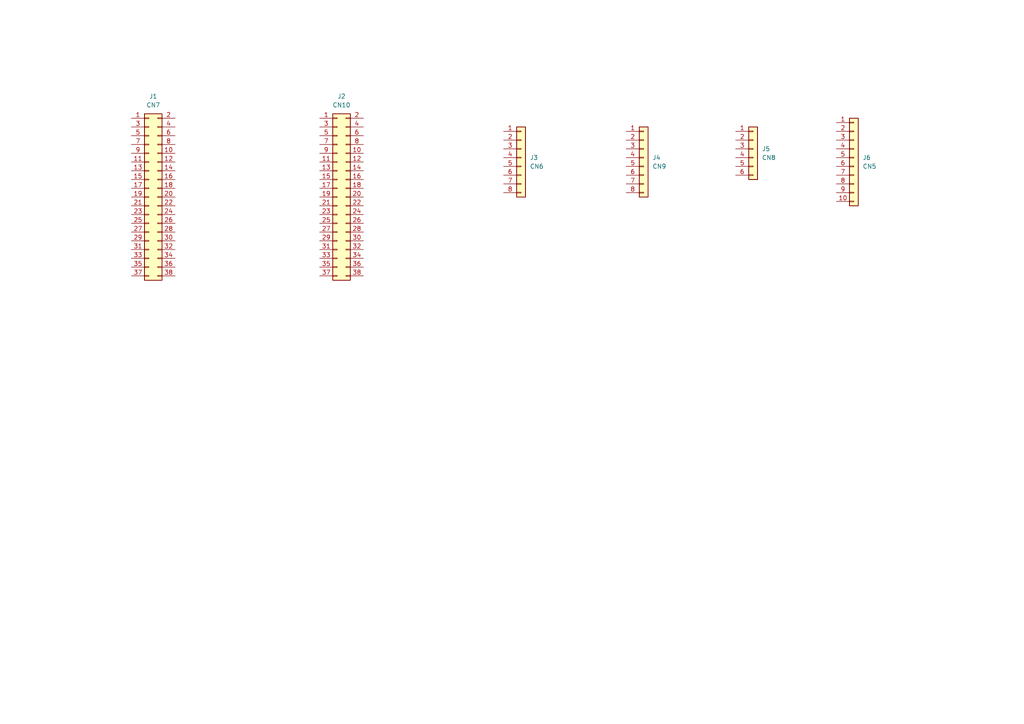
<source format=kicad_sch>
(kicad_sch (version 20250114) (generator "eeschema") (generator_version "9.0")
  (paper "A4")
  (lib_symbols
    (symbol "Connector_Generic:Conn_01x06" (pin_names (offset 1.016) (hide yes))
      (property "Reference" "J" (at 0 7.62 0))
      (property "Value" "Conn_01x06" (at 0 -10.16 0))
      (symbol "Conn_01x06_1_1"
        (rectangle (start -1.27 6.35) (end 1.27 -8.89) (stroke (width 0.254)) (fill (type background)))
        (rectangle (start -1.27 5.207) (end 0 4.953) (stroke (width 0.1524)))
        (rectangle (start -1.27 2.667) (end 0 2.413) (stroke (width 0.1524)))
        (rectangle (start -1.27 0.127) (end 0 -0.127) (stroke (width 0.1524)))
        (rectangle (start -1.27 -2.413) (end 0 -2.667) (stroke (width 0.1524)))
        (rectangle (start -1.27 -4.953) (end 0 -5.207) (stroke (width 0.1524)))
        (rectangle (start -1.27 -7.493) (end 0 -7.747) (stroke (width 0.1524)))
        (pin passive line (at -5.08 5.08 0) (length 3.81) (name "Pin_1") (number "1"))
        (pin passive line (at -5.08 2.54 0) (length 3.81) (name "Pin_2") (number "2"))
        (pin passive line (at -5.08 0 0) (length 3.81) (name "Pin_3") (number "3"))
        (pin passive line (at -5.08 -2.54 0) (length 3.81) (name "Pin_4") (number "4"))
        (pin passive line (at -5.08 -5.08 0) (length 3.81) (name "Pin_5") (number "5"))
        (pin passive line (at -5.08 -7.62 0) (length 3.81) (name "Pin_6") (number "6"))
      )
    )
    (symbol "Connector_Generic:Conn_01x08" (pin_names (offset 1.016) (hide yes))
      (property "Reference" "J" (at 0 10.16 0))
      (property "Value" "Conn_01x08" (at 0 -12.7 0))
      (symbol "Conn_01x08_1_1"
        (rectangle (start -1.27 8.89) (end 1.27 -11.43) (stroke (width 0.254)) (fill (type background)))
        (rectangle (start -1.27 7.747) (end 0 7.493) (stroke (width 0.1524)))
        (rectangle (start -1.27 5.207) (end 0 4.953) (stroke (width 0.1524)))
        (rectangle (start -1.27 2.667) (end 0 2.413) (stroke (width 0.1524)))
        (rectangle (start -1.27 0.127) (end 0 -0.127) (stroke (width 0.1524)))
        (rectangle (start -1.27 -2.413) (end 0 -2.667) (stroke (width 0.1524)))
        (rectangle (start -1.27 -4.953) (end 0 -5.207) (stroke (width 0.1524)))
        (rectangle (start -1.27 -7.493) (end 0 -7.747) (stroke (width 0.1524)))
        (rectangle (start -1.27 -10.033) (end 0 -10.287) (stroke (width 0.1524)))
        (pin passive line (at -5.08 7.62 0) (length 3.81) (name "Pin_1") (number "1"))
        (pin passive line (at -5.08 5.08 0) (length 3.81) (name "Pin_2") (number "2"))
        (pin passive line (at -5.08 2.54 0) (length 3.81) (name "Pin_3") (number "3"))
        (pin passive line (at -5.08 0 0) (length 3.81) (name "Pin_4") (number "4"))
        (pin passive line (at -5.08 -2.54 0) (length 3.81) (name "Pin_5") (number "5"))
        (pin passive line (at -5.08 -5.08 0) (length 3.81) (name "Pin_6") (number "6"))
        (pin passive line (at -5.08 -7.62 0) (length 3.81) (name "Pin_7") (number "7"))
        (pin passive line (at -5.08 -10.16 0) (length 3.81) (name "Pin_8") (number "8"))
      )
    )
    (symbol "Connector_Generic:Conn_01x10" (pin_names (offset 1.016) (hide yes))
      (property "Reference" "J" (at 0 12.7 0))
      (property "Value" "Conn_01x10" (at 0 -15.24 0))
      (symbol "Conn_01x10_1_1"
        (rectangle (start -1.27 11.43) (end 1.27 -13.97) (stroke (width 0.254)) (fill (type background)))
        (rectangle (start -1.27 10.287) (end 0 10.033) (stroke (width 0.1524)))
        (rectangle (start -1.27 7.747) (end 0 7.493) (stroke (width 0.1524)))
        (rectangle (start -1.27 5.207) (end 0 4.953) (stroke (width 0.1524)))
        (rectangle (start -1.27 2.667) (end 0 2.413) (stroke (width 0.1524)))
        (rectangle (start -1.27 0.127) (end 0 -0.127) (stroke (width 0.1524)))
        (rectangle (start -1.27 -2.413) (end 0 -2.667) (stroke (width 0.1524)))
        (rectangle (start -1.27 -4.953) (end 0 -5.207) (stroke (width 0.1524)))
        (rectangle (start -1.27 -7.493) (end 0 -7.747) (stroke (width 0.1524)))
        (rectangle (start -1.27 -10.033) (end 0 -10.287) (stroke (width 0.1524)))
        (rectangle (start -1.27 -12.573) (end 0 -12.827) (stroke (width 0.1524)))
        (pin passive line (at -5.08 10.16 0) (length 3.81) (name "Pin_1") (number "1"))
        (pin passive line (at -5.08 7.62 0) (length 3.81) (name "Pin_2") (number "2"))
        (pin passive line (at -5.08 5.08 0) (length 3.81) (name "Pin_3") (number "3"))
        (pin passive line (at -5.08 2.54 0) (length 3.81) (name "Pin_4") (number "4"))
        (pin passive line (at -5.08 0 0) (length 3.81) (name "Pin_5") (number "5"))
        (pin passive line (at -5.08 -2.54 0) (length 3.81) (name "Pin_6") (number "6"))
        (pin passive line (at -5.08 -5.08 0) (length 3.81) (name "Pin_7") (number "7"))
        (pin passive line (at -5.08 -7.62 0) (length 3.81) (name "Pin_8") (number "8"))
        (pin passive line (at -5.08 -10.16 0) (length 3.81) (name "Pin_9") (number "9"))
        (pin passive line (at -5.08 -12.7 0) (length 3.81) (name "Pin_10") (number "10"))
      )
    )
    (symbol "Connector_Generic:Conn_02x19_Odd_Even" (pin_names (offset 1.016) (hide yes))
      (property "Reference" "J" (at 1.27 25.4 0))
      (property "Value" "Conn_02x19_Odd_Even" (at 1.27 -25.4 0))
      (symbol "Conn_02x19_Odd_Even_1_1"
        (rectangle (start -1.27 24.13) (end 3.81 -24.13) (stroke (width 0.254)) (fill (type background)))
        (rectangle (start -1.27 22.987) (end 0 22.733) (stroke (width 0.1524)))
        (rectangle (start -1.27 20.447) (end 0 20.193) (stroke (width 0.1524)))
        (rectangle (start -1.27 17.907) (end 0 17.653) (stroke (width 0.1524)))
        (rectangle (start -1.27 15.367) (end 0 15.113) (stroke (width 0.1524)))
        (rectangle (start -1.27 12.827) (end 0 12.573) (stroke (width 0.1524)))
        (rectangle (start -1.27 10.287) (end 0 10.033) (stroke (width 0.1524)))
        (rectangle (start -1.27 7.747) (end 0 7.493) (stroke (width 0.1524)))
        (rectangle (start -1.27 5.207) (end 0 4.953) (stroke (width 0.1524)))
        (rectangle (start -1.27 2.667) (end 0 2.413) (stroke (width 0.1524)))
        (rectangle (start -1.27 0.127) (end 0 -0.127) (stroke (width 0.1524)))
        (rectangle (start -1.27 -2.413) (end 0 -2.667) (stroke (width 0.1524)))
        (rectangle (start -1.27 -4.953) (end 0 -5.207) (stroke (width 0.1524)))
        (rectangle (start -1.27 -7.493) (end 0 -7.747) (stroke (width 0.1524)))
        (rectangle (start -1.27 -10.033) (end 0 -10.287) (stroke (width 0.1524)))
        (rectangle (start -1.27 -12.573) (end 0 -12.827) (stroke (width 0.1524)))
        (rectangle (start -1.27 -15.113) (end 0 -15.367) (stroke (width 0.1524)))
        (rectangle (start -1.27 -17.653) (end 0 -17.907) (stroke (width 0.1524)))
        (rectangle (start -1.27 -20.193) (end 0 -20.447) (stroke (width 0.1524)))
        (rectangle (start -1.27 -22.733) (end 0 -22.987) (stroke (width 0.1524)))
        (rectangle (start 3.81 22.987) (end 2.54 22.733) (stroke (width 0.1524)))
        (rectangle (start 3.81 20.447) (end 2.54 20.193) (stroke (width 0.1524)))
        (rectangle (start 3.81 17.907) (end 2.54 17.653) (stroke (width 0.1524)))
        (rectangle (start 3.81 15.367) (end 2.54 15.113) (stroke (width 0.1524)))
        (rectangle (start 3.81 12.827) (end 2.54 12.573) (stroke (width 0.1524)))
        (rectangle (start 3.81 10.287) (end 2.54 10.033) (stroke (width 0.1524)))
        (rectangle (start 3.81 7.747) (end 2.54 7.493) (stroke (width 0.1524)))
        (rectangle (start 3.81 5.207) (end 2.54 4.953) (stroke (width 0.1524)))
        (rectangle (start 3.81 2.667) (end 2.54 2.413) (stroke (width 0.1524)))
        (rectangle (start 3.81 0.127) (end 2.54 -0.127) (stroke (width 0.1524)))
        (rectangle (start 3.81 -2.413) (end 2.54 -2.667) (stroke (width 0.1524)))
        (rectangle (start 3.81 -4.953) (end 2.54 -5.207) (stroke (width 0.1524)))
        (rectangle (start 3.81 -7.493) (end 2.54 -7.747) (stroke (width 0.1524)))
        (rectangle (start 3.81 -10.033) (end 2.54 -10.287) (stroke (width 0.1524)))
        (rectangle (start 3.81 -12.573) (end 2.54 -12.827) (stroke (width 0.1524)))
        (rectangle (start 3.81 -15.113) (end 2.54 -15.367) (stroke (width 0.1524)))
        (rectangle (start 3.81 -17.653) (end 2.54 -17.907) (stroke (width 0.1524)))
        (rectangle (start 3.81 -20.193) (end 2.54 -20.447) (stroke (width 0.1524)))
        (rectangle (start 3.81 -22.733) (end 2.54 -22.987) (stroke (width 0.1524)))
        (pin passive line (at -5.08 22.86 0) (length 3.81) (name "Pin_1") (number "1"))
        (pin passive line (at -5.08 20.32 0) (length 3.81) (name "Pin_3") (number "3"))
        (pin passive line (at -5.08 17.78 0) (length 3.81) (name "Pin_5") (number "5"))
        (pin passive line (at -5.08 15.24 0) (length 3.81) (name "Pin_7") (number "7"))
        (pin passive line (at -5.08 12.7 0) (length 3.81) (name "Pin_9") (number "9"))
        (pin passive line (at -5.08 10.16 0) (length 3.81) (name "Pin_11") (number "11"))
        (pin passive line (at -5.08 7.62 0) (length 3.81) (name "Pin_13") (number "13"))
        (pin passive line (at -5.08 5.08 0) (length 3.81) (name "Pin_15") (number "15"))
        (pin passive line (at -5.08 2.54 0) (length 3.81) (name "Pin_17") (number "17"))
        (pin passive line (at -5.08 0 0) (length 3.81) (name "Pin_19") (number "19"))
        (pin passive line (at -5.08 -2.54 0) (length 3.81) (name "Pin_21") (number "21"))
        (pin passive line (at -5.08 -5.08 0) (length 3.81) (name "Pin_23") (number "23"))
        (pin passive line (at -5.08 -7.62 0) (length 3.81) (name "Pin_25") (number "25"))
        (pin passive line (at -5.08 -10.16 0) (length 3.81) (name "Pin_27") (number "27"))
        (pin passive line (at -5.08 -12.7 0) (length 3.81) (name "Pin_29") (number "29"))
        (pin passive line (at -5.08 -15.24 0) (length 3.81) (name "Pin_31") (number "31"))
        (pin passive line (at -5.08 -17.78 0) (length 3.81) (name "Pin_33") (number "33"))
        (pin passive line (at -5.08 -20.32 0) (length 3.81) (name "Pin_35") (number "35"))
        (pin passive line (at -5.08 -22.86 0) (length 3.81) (name "Pin_37") (number "37"))
        (pin passive line (at 7.62 22.86 180) (length 3.81) (name "Pin_2") (number "2"))
        (pin passive line (at 7.62 20.32 180) (length 3.81) (name "Pin_4") (number "4"))
        (pin passive line (at 7.62 17.78 180) (length 3.81) (name "Pin_6") (number "6"))
        (pin passive line (at 7.62 15.24 180) (length 3.81) (name "Pin_8") (number "8"))
        (pin passive line (at 7.62 12.7 180) (length 3.81) (name "Pin_10") (number "10"))
        (pin passive line (at 7.62 10.16 180) (length 3.81) (name "Pin_12") (number "12"))
        (pin passive line (at 7.62 7.62 180) (length 3.81) (name "Pin_14") (number "14"))
        (pin passive line (at 7.62 5.08 180) (length 3.81) (name "Pin_16") (number "16"))
        (pin passive line (at 7.62 2.54 180) (length 3.81) (name "Pin_18") (number "18"))
        (pin passive line (at 7.62 0 180) (length 3.81) (name "Pin_20") (number "20"))
        (pin passive line (at 7.62 -2.54 180) (length 3.81) (name "Pin_22") (number "22"))
        (pin passive line (at 7.62 -5.08 180) (length 3.81) (name "Pin_24") (number "24"))
        (pin passive line (at 7.62 -7.62 180) (length 3.81) (name "Pin_26") (number "26"))
        (pin passive line (at 7.62 -10.16 180) (length 3.81) (name "Pin_28") (number "28"))
        (pin passive line (at 7.62 -12.7 180) (length 3.81) (name "Pin_30") (number "30"))
        (pin passive line (at 7.62 -15.24 180) (length 3.81) (name "Pin_32") (number "32"))
        (pin passive line (at 7.62 -17.78 180) (length 3.81) (name "Pin_34") (number "34"))
        (pin passive line (at 7.62 -20.32 180) (length 3.81) (name "Pin_36") (number "36"))
        (pin passive line (at 7.62 -22.86 180) (length 3.81) (name "Pin_38") (number "38"))
      )
    )
  )
  (symbol (lib_id "Connector_Generic:Conn_01x10") (at 247.65 45.72 0) (unit 1)
    (property "Reference" "J6" (at 250.19 45.7199 0) (effects (justify left)))
    (property "Value" "CN5" (at 250.19 48.2599 0) (effects (justify left)))
    (property "Description" "Generic connector, single row, 01x10, script generated (kicad-library-utils/schlib/autogen/connector/)" (effects (hide yes)))
  )
  (symbol (lib_id "Connector_Generic:Conn_01x08") (at 186.69 45.72 0) (unit 1)
    (property "Reference" "J4" (at 189.23 45.7199 0) (effects (justify left)))
    (property "Value" "CN9" (at 189.23 48.2599 0) (effects (justify left)))
    (property "Description" "Generic connector, single row, 01x08, script generated (kicad-library-utils/schlib/autogen/connector/)" (effects (hide yes)))
  )
  (symbol (lib_id "Connector_Generic:Conn_02x19_Odd_Even") (at 97.79 57.15 0) (unit 1)
    (property "Reference" "J2" (at 99.06 27.94 0))
    (property "Value" "CN10" (at 99.06 30.48 0))
    (property "Description" "Generic connector, double row, 02x19, odd/even pin numbering scheme (row 1 odd numbers, row 2 even numbers), script generated (kicad-library-utils/schlib/autogen/connector/)" (effects (hide yes)))
  )
  (symbol (lib_id "Connector_Generic:Conn_01x06") (at 218.44 43.18 0) (unit 1)
    (property "Reference" "J5" (at 220.98 43.1799 0) (effects (justify left)))
    (property "Value" "CN8" (at 220.98 45.7199 0) (effects (justify left)))
    (property "Description" "Generic connector, single row, 01x06, script generated (kicad-library-utils/schlib/autogen/connector/)" (effects (hide yes)))
  )
  (symbol (lib_id "Connector_Generic:Conn_01x08") (at 151.13 45.72 0) (unit 1)
    (property "Reference" "J3" (at 153.67 45.7199 0) (effects (justify left)))
    (property "Value" "CN6" (at 153.67 48.2599 0) (effects (justify left)))
    (property "Description" "Generic connector, single row, 01x08, script generated (kicad-library-utils/schlib/autogen/connector/)" (effects (hide yes)))
  )
  (symbol (lib_id "Connector_Generic:Conn_02x19_Odd_Even") (at 43.18 57.15 0) (unit 1)
    (property "Reference" "J1" (at 44.45 27.94 0))
    (property "Value" "CN7" (at 44.45 30.48 0))
    (property "Description" "Generic connector, double row, 02x19, odd/even pin numbering scheme (row 1 odd numbers, row 2 even numbers), script generated (kicad-library-utils/schlib/autogen/connector/)" (effects (hide yes)))
  )
)
</source>
